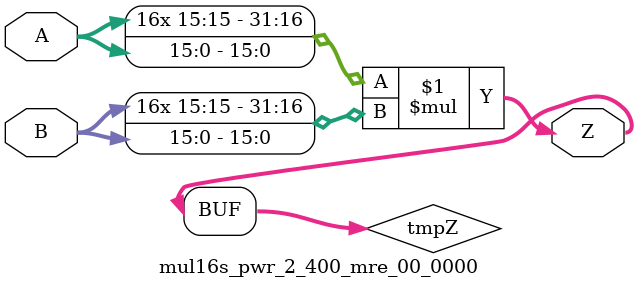
<source format=v>
/***
    * This code is a part of ApproxLib library (ehw.fit.vutbr.cz/approxlib) distributed under a XXXX public license.
    * When used, please cite the following article: tbd 
    * This file is pareto optimal sub-set in the pwr and mre parameters
    ***/
    
//Behavioral model of 16-bit Signed Truncated Multiplier
//Truncated bits: 0

module mul16s_pwr_2_400_mre_00_0000(
	A, 
	B,
	Z
);

input signed [16-1:0] A;
input signed [16-1:0] B;
output signed [2*16-1:0] Z;

wire signed [2*(16-0)-1:0] tmpZ;
assign tmpZ = $signed(A[16-1:0]) * $signed(B[16-1:0]);
assign Z = $signed(tmpZ);
endmodule


// internal reference: truncation-tm.16.mul16s_pwr_2_400_mre_00_0000


</source>
